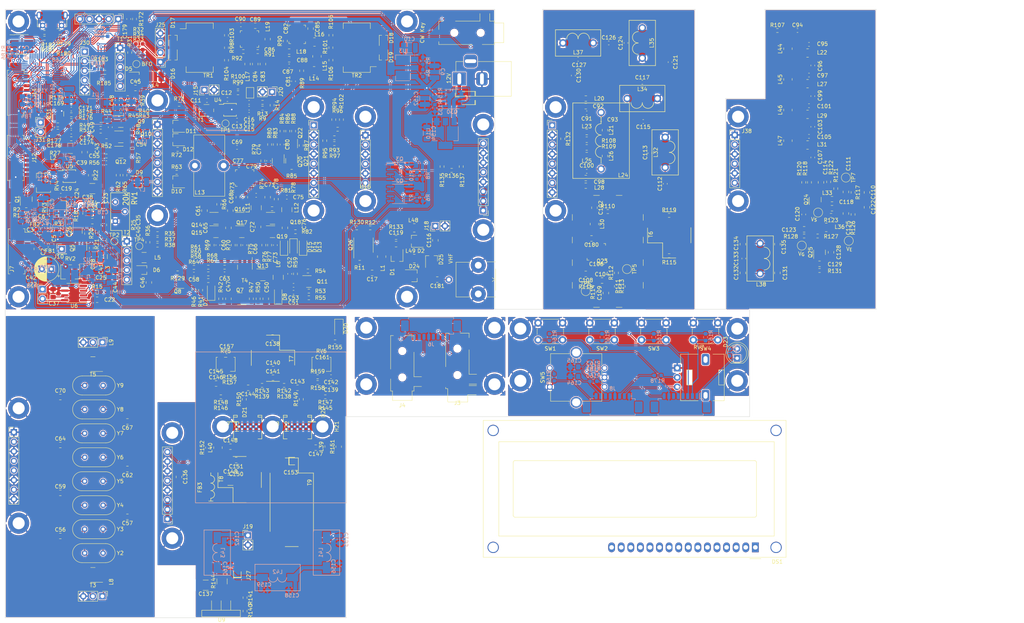
<source format=kicad_pcb>
(kicad_pcb (version 20211014) (generator pcbnew)

  (general
    (thickness 1.6)
  )

  (paper "A4")
  (layers
    (0 "F.Cu" signal)
    (31 "B.Cu" signal)
    (32 "B.Adhes" user "B.Adhesive")
    (33 "F.Adhes" user "F.Adhesive")
    (34 "B.Paste" user)
    (35 "F.Paste" user)
    (36 "B.SilkS" user "B.Silkscreen")
    (37 "F.SilkS" user "F.Silkscreen")
    (38 "B.Mask" user)
    (39 "F.Mask" user)
    (40 "Dwgs.User" user "User.Drawings")
    (41 "Cmts.User" user "User.Comments")
    (42 "Eco1.User" user "User.Eco1")
    (43 "Eco2.User" user "User.Eco2")
    (44 "Edge.Cuts" user)
    (45 "Margin" user)
    (46 "B.CrtYd" user "B.Courtyard")
    (47 "F.CrtYd" user "F.Courtyard")
    (48 "B.Fab" user)
    (49 "F.Fab" user)
    (50 "User.1" user)
    (51 "User.2" user)
    (52 "User.3" user)
    (53 "User.4" user)
    (54 "User.5" user)
    (55 "User.6" user)
    (56 "User.7" user)
    (57 "User.8" user)
    (58 "User.9" user)
  )

  (setup
    (stackup
      (layer "F.SilkS" (type "Top Silk Screen"))
      (layer "F.Paste" (type "Top Solder Paste"))
      (layer "F.Mask" (type "Top Solder Mask") (thickness 0.01))
      (layer "F.Cu" (type "copper") (thickness 0.035))
      (layer "dielectric 1" (type "core") (thickness 1.51) (material "FR4") (epsilon_r 4.5) (loss_tangent 0.02))
      (layer "B.Cu" (type "copper") (thickness 0.035))
      (layer "B.Mask" (type "Bottom Solder Mask") (thickness 0.01))
      (layer "B.Paste" (type "Bottom Solder Paste"))
      (layer "B.SilkS" (type "Bottom Silk Screen"))
      (copper_finish "None")
      (dielectric_constraints no)
    )
    (pad_to_mask_clearance 0)
    (pcbplotparams
      (layerselection 0x0000130_ffffffff)
      (disableapertmacros false)
      (usegerberextensions false)
      (usegerberattributes true)
      (usegerberadvancedattributes true)
      (creategerberjobfile true)
      (svguseinch false)
      (svgprecision 6)
      (excludeedgelayer true)
      (plotframeref false)
      (viasonmask false)
      (mode 1)
      (useauxorigin false)
      (hpglpennumber 1)
      (hpglpenspeed 20)
      (hpglpendiameter 15.000000)
      (dxfpolygonmode true)
      (dxfimperialunits true)
      (dxfusepcbnewfont true)
      (psnegative false)
      (psa4output false)
      (plotreference true)
      (plotvalue true)
      (plotinvisibletext false)
      (sketchpadsonfab false)
      (subtractmaskfromsilk false)
      (outputformat 5)
      (mirror false)
      (drillshape 0)
      (scaleselection 1)
      (outputdirectory "out")
    )
  )

  (net 0 "")
  (net 1 "+12V")
  (net 2 "GND")
  (net 3 "Net-(C2-Pad1)")
  (net 4 "Net-(C3-Pad1)")
  (net 5 "+9VA")
  (net 6 "/MIC")
  (net 7 "Net-(C6-Pad2)")
  (net 8 "+5VA")
  (net 9 "Net-(C10-Pad1)")
  (net 10 "Net-(C11-Pad1)")
  (net 11 "Net-(C11-Pad2)")
  (net 12 "Net-(C14-Pad1)")
  (net 13 "Net-(C14-Pad2)")
  (net 14 "Net-(C15-Pad1)")
  (net 15 "/BFO")
  (net 16 "Net-(C16-Pad1)")
  (net 17 "Net-(C16-Pad2)")
  (net 18 "Net-(C17-Pad1)")
  (net 19 "/Antenna Switch/TX")
  (net 20 "Net-(C18-Pad1)")
  (net 21 "Net-(C18-Pad2)")
  (net 22 "Net-(C19-Pad1)")
  (net 23 "Net-(C19-Pad2)")
  (net 24 "Net-(C20-Pad1)")
  (net 25 "Net-(C20-Pad2)")
  (net 26 "Net-(C22-Pad1)")
  (net 27 "Net-(C23-Pad1)")
  (net 28 "Net-(C23-Pad2)")
  (net 29 "Net-(C25-Pad1)")
  (net 30 "Net-(C25-Pad2)")
  (net 31 "Net-(C26-Pad1)")
  (net 32 "Net-(C27-Pad1)")
  (net 33 "Net-(C27-Pad2)")
  (net 34 "Net-(C28-Pad1)")
  (net 35 "+VRX")
  (net 36 "Net-(C31-Pad1)")
  (net 37 "Net-(C33-Pad1)")
  (net 38 "/Baseband/VAGC")
  (net 39 "Net-(C37-Pad1)")
  (net 40 "Net-(C39-Pad1)")
  (net 41 "Net-(C39-Pad2)")
  (net 42 "Net-(C40-Pad2)")
  (net 43 "Net-(C41-Pad2)")
  (net 44 "Net-(C42-Pad1)")
  (net 45 "/Baseband/SPKR_OUT")
  (net 46 "Net-(C43-Pad2)")
  (net 47 "Net-(C44-Pad2)")
  (net 48 "Net-(C45-Pad1)")
  (net 49 "Net-(C45-Pad2)")
  (net 50 "Net-(C46-Pad1)")
  (net 51 "Net-(C46-Pad2)")
  (net 52 "Net-(C47-Pad1)")
  (net 53 "Net-(C47-Pad2)")
  (net 54 "Net-(C48-Pad1)")
  (net 55 "Net-(C48-Pad2)")
  (net 56 "Net-(C49-Pad1)")
  (net 57 "Net-(C49-Pad2)")
  (net 58 "Net-(C50-Pad1)")
  (net 59 "Net-(C51-Pad2)")
  (net 60 "Net-(C52-Pad1)")
  (net 61 "Net-(C53-Pad1)")
  (net 62 "Net-(C53-Pad2)")
  (net 63 "Net-(C54-Pad2)")
  (net 64 "Net-(C55-Pad1)")
  (net 65 "Net-(C55-Pad2)")
  (net 66 "Net-(C56-Pad2)")
  (net 67 "Net-(C57-Pad2)")
  (net 68 "Net-(C58-Pad1)")
  (net 69 "Net-(C59-Pad2)")
  (net 70 "Net-(C60-Pad2)")
  (net 71 "Net-(C61-Pad1)")
  (net 72 "Net-(C62-Pad2)")
  (net 73 "Net-(C63-Pad2)")
  (net 74 "Net-(C64-Pad2)")
  (net 75 "Net-(C65-Pad1)")
  (net 76 "Net-(C65-Pad2)")
  (net 77 "Net-(C66-Pad2)")
  (net 78 "Net-(C67-Pad2)")
  (net 79 "Net-(C68-Pad1)")
  (net 80 "Net-(C69-Pad1)")
  (net 81 "Net-(C69-Pad2)")
  (net 82 "Net-(C70-Pad2)")
  (net 83 "Net-(C71-Pad2)")
  (net 84 "Net-(C72-Pad1)")
  (net 85 "Net-(C72-Pad2)")
  (net 86 "Net-(C73-Pad2)")
  (net 87 "Net-(C74-Pad2)")
  (net 88 "Net-(C75-Pad2)")
  (net 89 "Net-(C76-Pad1)")
  (net 90 "Net-(C76-Pad2)")
  (net 91 "Net-(C78-Pad1)")
  (net 92 "Net-(C80-Pad1)")
  (net 93 "Net-(C80-Pad2)")
  (net 94 "Net-(C81-Pad1)")
  (net 95 "Net-(C81-Pad2)")
  (net 96 "Net-(C82-Pad1)")
  (net 97 "Net-(C82-Pad2)")
  (net 98 "Net-(C83-Pad2)")
  (net 99 "Net-(C86-Pad1)")
  (net 100 "Net-(C86-Pad2)")
  (net 101 "Net-(C87-Pad2)")
  (net 102 "Net-(C90-Pad2)")
  (net 103 "/70MHz VHF Frontend/VHF_RX")
  (net 104 "/70MHz VHF Frontend/TX_FROM_MIX")
  (net 105 "Net-(C94-Pad2)")
  (net 106 "Net-(C96-Pad2)")
  (net 107 "Net-(C100-Pad2)")
  (net 108 "Net-(C101-Pad2)")
  (net 109 "Net-(C102-Pad2)")
  (net 110 "Net-(C103-Pad1)")
  (net 111 "Net-(C104-Pad2)")
  (net 112 "Net-(C106-Pad1)")
  (net 113 "Net-(C107-Pad2)")
  (net 114 "Net-(C108-Pad1)")
  (net 115 "Net-(C109-Pad2)")
  (net 116 "/70MHz VHF Frontend/+VTX_FE")
  (net 117 "Net-(C111-Pad2)")
  (net 118 "Net-(C112-Pad1)")
  (net 119 "Net-(C112-Pad2)")
  (net 120 "Net-(C114-Pad2)")
  (net 121 "Net-(C115-Pad2)")
  (net 122 "Net-(C118-Pad2)")
  (net 123 "Net-(C120-Pad1)")
  (net 124 "Net-(C120-Pad2)")
  (net 125 "Net-(C121-Pad1)")
  (net 126 "Net-(C125-Pad2)")
  (net 127 "Net-(C126-Pad1)")
  (net 128 "Net-(C128-Pad1)")
  (net 129 "Net-(C128-Pad2)")
  (net 130 "Net-(C129-Pad1)")
  (net 131 "/70MHz VHF Frontend/RX_TO_MIX")
  (net 132 "/70MHz VHF Frontend/VHF_TX")
  (net 133 "Net-(C136-Pad2)")
  (net 134 "VGG1")
  (net 135 "Net-(C140-Pad1)")
  (net 136 "Net-(C140-Pad2)")
  (net 137 "Net-(C143-Pad1)")
  (net 138 "Net-(C143-Pad2)")
  (net 139 "Net-(C144-Pad1)")
  (net 140 "Net-(C144-Pad2)")
  (net 141 "VGG2")
  (net 142 "Net-(C147-Pad1)")
  (net 143 "Net-(C147-Pad2)")
  (net 144 "Net-(C148-Pad1)")
  (net 145 "Net-(C148-Pad2)")
  (net 146 "+3V3")
  (net 147 "/PA 70MHz/VG_5V")
  (net 148 "Net-(C155-Pad2)")
  (net 149 "Net-(C156-Pad2)")
  (net 150 "Net-(C159-Pad2)")
  (net 151 "/Control on separate board/ENC_B")
  (net 152 "/Control on separate board/ENC_A")
  (net 153 "/Control on separate board/3.3V_UI")
  (net 154 "Net-(C169-Pad1)")
  (net 155 "Net-(C171-Pad1)")
  (net 156 "Net-(C172-Pad1)")
  (net 157 "Net-(C173-Pad2)")
  (net 158 "Net-(C164-Pad2)")
  (net 159 "Net-(C176-Pad1)")
  (net 160 "Net-(C165-Pad1)")
  (net 161 "Net-(C116-Pad1)")
  (net 162 "Net-(D5-Pad1)")
  (net 163 "Net-(D5-Pad2)")
  (net 164 "Net-(D6-Pad1)")
  (net 165 "Net-(D6-Pad2)")
  (net 166 "Net-(D7-Pad2)")
  (net 167 "Net-(D8-Pad2)")
  (net 168 "Net-(D9-Pad1)")
  (net 169 "Net-(D10-Pad3)")
  (net 170 "Net-(D10-Pad1)")
  (net 171 "Net-(D11-Pad1)")
  (net 172 "Net-(D11-Pad3)")
  (net 173 "Net-(D13-Pad2)")
  (net 174 "Net-(D14-Pad2)")
  (net 175 "Net-(D15-Pad2)")
  (net 176 "Net-(D16-Pad1)")
  (net 177 "Net-(D16-Pad2)")
  (net 178 "Net-(D16-Pad3)")
  (net 179 "Net-(D17-Pad3)")
  (net 180 "Net-(D18-Pad1)")
  (net 181 "Net-(D18-Pad2)")
  (net 182 "Net-(D18-Pad3)")
  (net 183 "Net-(D19-Pad3)")
  (net 184 "Net-(D20-Pad2)")
  (net 185 "Net-(D21-Pad2)")
  (net 186 "/Control on separate board/STATUSn")
  (net 187 "Net-(D23-Pad2)")
  (net 188 "unconnected-(DS1-Pad1)")
  (net 189 "unconnected-(DS1-Pad2)")
  (net 190 "unconnected-(DS1-Pad3)")
  (net 191 "unconnected-(DS1-Pad4)")
  (net 192 "unconnected-(DS1-Pad5)")
  (net 193 "unconnected-(DS1-Pad6)")
  (net 194 "unconnected-(DS1-Pad7)")
  (net 195 "unconnected-(DS1-Pad8)")
  (net 196 "unconnected-(DS1-Pad9)")
  (net 197 "unconnected-(DS1-Pad10)")
  (net 198 "unconnected-(DS1-Pad11)")
  (net 199 "unconnected-(DS1-Pad12)")
  (net 200 "unconnected-(DS1-Pad13)")
  (net 201 "unconnected-(DS1-Pad14)")
  (net 202 "unconnected-(DS1-Pad15)")
  (net 203 "unconnected-(DS1-Pad16)")
  (net 204 "Net-(FB1-Pad2)")
  (net 205 "unconnected-(J3-PadNC)")
  (net 206 "Net-(J3-PadR1)")
  (net 207 "unconnected-(J3-PadR2)")
  (net 208 "Net-(J3-PadS)")
  (net 209 "Net-(J3-PadT)")
  (net 210 "unconnected-(J3-PadTN)")
  (net 211 "Net-(J4-PadR)")
  (net 212 "Net-(J4-PadTN)")
  (net 213 "/CW_RING")
  (net 214 "/CW_TIP")
  (net 215 "unconnected-(J5-PadTN)")
  (net 216 "unconnected-(J6-Pad5)")
  (net 217 "Net-(J7-Pad1)")
  (net 218 "unconnected-(J7-Pad4)")
  (net 219 "/Baseband/SPKR_DET")
  (net 220 "Net-(R178-Pad1)")
  (net 221 "Net-(R167-Pad1)")
  (net 222 "Net-(R166-Pad1)")
  (net 223 "Net-(R165-Pad1)")
  (net 224 "Net-(R164-Pad1)")
  (net 225 "unconnected-(J9-Pad6)")
  (net 226 "unconnected-(J12-Pad3)")
  (net 227 "/Baseband/GPIO_XTAL")
  (net 228 "/EN_VRX")
  (net 229 "/EN_VTX")
  (net 230 "/MIC_PTTn")
  (net 231 "/Baseband/CW_KEYn")
  (net 232 "/Baseband/CW_TONE")
  (net 233 "Net-(Q30-Pad5)")
  (net 234 "/Baseband/SPKR_VOL")
  (net 235 "/MUTE_MICn")
  (net 236 "/SDA")
  (net 237 "/SCL")
  (net 238 "/S_METER")
  (net 239 "/Baseband/VHF_IN")
  (net 240 "/Baseband/VHF_OUT")
  (net 241 "/CLK1")
  (net 242 "Net-(J22-Pad2)")
  (net 243 "+VTX")
  (net 244 "Net-(J24-Pad2)")
  (net 245 "unconnected-(J24-Pad4)")
  (net 246 "unconnected-(J24-Pad5)")
  (net 247 "Net-(J24-Pad7)")
  (net 248 "/Control on separate board/DISP_LAT")
  (net 249 "/Control on separate board/I2C2_SDA")
  (net 250 "/Control on separate board/I2C2_SCL")
  (net 251 "/Control on separate board/PC14")
  (net 252 "/Control on separate board/PC13")
  (net 253 "Net-(C93-Pad1)")
  (net 254 "/Control on separate board/PA0")
  (net 255 "/Control on separate board/USART1_TX")
  (net 256 "/Control on separate board/USART1_RX")
  (net 257 "/Control on separate board/PB15")
  (net 258 "unconnected-(J34-Pad1)")
  (net 259 "/Control on separate board/USB_DM")
  (net 260 "/Control on separate board/USB_DP")
  (net 261 "Net-(J34-Pad4)")
  (net 262 "/Control on separate board/SWCLK")
  (net 263 "/Control on separate board/SWDIO")
  (net 264 "/Control on separate board/RESETn")
  (net 265 "/LO1")
  (net 266 "Net-(L14-Pad1)")
  (net 267 "Net-(L15-Pad1)")
  (net 268 "Net-(L19-Pad1)")
  (net 269 "Net-(L21-Pad2)")
  (net 270 "Net-(L23-Pad2)")
  (net 271 "Net-(L25-Pad2)")
  (net 272 "Net-(L39-Pad2)")
  (net 273 "Net-(L40-Pad2)")
  (net 274 "Net-(Q1-Pad1)")
  (net 275 "Net-(Q2-Pad4)")
  (net 276 "Net-(Q3-Pad4)")
  (net 277 "Net-(Q6-Pad1)")
  (net 278 "Net-(Q7-Pad1)")
  (net 279 "Net-(Q10-Pad1)")
  (net 280 "Net-(Q10-Pad2)")
  (net 281 "Net-(Q11-Pad1)")
  (net 282 "Net-(Q11-Pad3)")
  (net 283 "Net-(Q13-Pad1)")
  (net 284 "Net-(Q14-Pad2)")
  (net 285 "Net-(Q14-Pad3)")
  (net 286 "Net-(Q16-Pad2)")
  (net 287 "Net-(Q18-Pad2)")
  (net 288 "Net-(Q20-Pad1)")
  (net 289 "Net-(Q21-Pad1)")
  (net 290 "Net-(Q23-Pad1)")
  (net 291 "Net-(Q24-Pad4)")
  (net 292 "/70MHz VHF Frontend/+VRX_FE")
  (net 293 "Net-(Q30-Pad4)")
  (net 294 "Net-(R22-Pad2)")
  (net 295 "Net-(R23-Pad2)")
  (net 296 "Net-(R28-Pad2)")
  (net 297 "Net-(R31-Pad1)")
  (net 298 "Net-(R31-Pad2)")
  (net 299 "Net-(R35-Pad1)")
  (net 300 "Net-(R36-Pad1)")
  (net 301 "Net-(R93-Pad1)")
  (net 302 "Net-(R103-Pad2)")
  (net 303 "Net-(R104-Pad2)")
  (net 304 "Net-(R100-Pad1)")
  (net 305 "Net-(R101-Pad1)")
  (net 306 "Net-(R111-Pad2)")
  (net 307 "Net-(R140-Pad1)")
  (net 308 "Net-(J27-Pad1)")
  (net 309 "Net-(R157-Pad1)")
  (net 310 "Net-(R159-Pad1)")
  (net 311 "Net-(R160-Pad1)")
  (net 312 "Net-(R161-Pad2)")
  (net 313 "/Control on separate board/BTN0")
  (net 314 "/Control on separate board/BTN1")
  (net 315 "/Control on separate board/BTN2")
  (net 316 "/Control on separate board/BTN3")
  (net 317 "Net-(R168-Pad1)")
  (net 318 "/Control on separate board/ENC_BTN")
  (net 319 "/Control on separate board/XTAL1")
  (net 320 "/Control on separate board/XTAL2")
  (net 321 "/Control on separate board/PWM_CW")
  (net 322 "/Control on separate board/MUTE_SPKR")
  (net 323 "Net-(R178-Pad2)")
  (net 324 "Net-(R179-Pad2)")
  (net 325 "Net-(R180-Pad2)")
  (net 326 "/Control on separate board/BOOT0")
  (net 327 "/Control on separate board/BOOT1")
  (net 328 "unconnected-(T3-Pad2)")
  (net 329 "unconnected-(T5-Pad2)")
  (net 330 "unconnected-(TR1-Pad10)")
  (net 331 "unconnected-(TR1-Pad15)")
  (net 332 "unconnected-(TR2-Pad10)")
  (net 333 "unconnected-(TR2-Pad15)")
  (net 334 "Net-(U4-Pad3)")
  (net 335 "Net-(D23-Pad1)")
  (net 336 "unconnected-(U11-Pad40)")
  (net 337 "Net-(D22-Pad2)")
  (net 338 "unconnected-(T4-Pad2)")
  (net 339 "/Antenna Switch/RX")
  (net 340 "Net-(C38-Pad1)")
  (net 341 "Net-(L22-Pad2)")
  (net 342 "Net-(L27-Pad2)")
  (net 343 "Net-(L29-Pad2)")
  (net 344 "Net-(L31-Pad2)")
  (net 345 "unconnected-(J13-Pad1)")
  (net 346 "unconnected-(J14-Pad1)")
  (net 347 "unconnected-(U11-Pad1)")
  (net 348 "Net-(C119-Pad1)")
  (net 349 "/Antenna Switch/ANT")
  (net 350 "/Antenna Switch/V_{PIN}")
  (net 351 "Net-(Q26-Pad5)")
  (net 352 "Net-(Q26-Pad7)")
  (net 353 "/TX_to_PA")
  (net 354 "/Baseband/AGC_to_METER")
  (net 355 "Net-(C136-Pad1)")
  (net 356 "/PA 70MHz/V_{DD}")
  (net 357 "Net-(C154-Pad1)")
  (net 358 "Net-(C137-Pad1)")
  (net 359 "Net-(C181-Pad2)")
  (net 360 "Net-(FB3-Pad1)")
  (net 361 "Net-(J16-Pad5)")
  (net 362 "Net-(C162-Pad2)")
  (net 363 "Net-(J8-Pad2)")
  (net 364 "Net-(J8-Pad5)")

  (footprint "Capacitor_SMD:C_0603_1608Metric_Pad1.08x0.95mm_HandSolder" (layer "F.Cu") (at 30.48 52.832 180))

  (footprint "Resistor_SMD:R_0603_1608Metric_Pad0.98x0.95mm_HandSolder" (layer "F.Cu") (at 224.663 66.167 -90))

  (footprint "Crystal:Crystal_HC49-U_Vertical" (layer "F.Cu") (at 34.019 145.41))

  (footprint "Resistor_SMD:R_0603_1608Metric_Pad0.98x0.95mm_HandSolder" (layer "F.Cu") (at 72.42 119.228))

  (footprint "Resistor_SMD:R_0603_1608Metric_Pad0.98x0.95mm_HandSolder" (layer "F.Cu") (at 89.916 79.248))

  (footprint "Package_SO:MSOP-10_3x3mm_P0.5mm" (layer "F.Cu") (at 29.972 64.516))

  (footprint "mpb:four_4mm_pads_narrow" (layer "F.Cu") (at 83.85 112.624 -90))

  (footprint "Potentiometer_SMD:Potentiometer_Bourns_3214W_Vertical" (layer "F.Cu") (at 23.114 66.294 -90))

  (footprint "Potentiometer_SMD:Potentiometer_Bourns_3214W_Vertical" (layer "F.Cu") (at 26.67 72.898 180))

  (footprint "Resistor_SMD:R_0603_1608Metric_Pad0.98x0.95mm_HandSolder" (layer "F.Cu") (at 237.744 74.676 90))

  (footprint "Capacitor_SMD:C_0603_1608Metric_Pad1.08x0.95mm_HandSolder" (layer "F.Cu") (at 183.896 58.42 -90))

  (footprint "Resistor_SMD:R_0603_1608Metric_Pad0.98x0.95mm_HandSolder" (layer "F.Cu") (at 59.0785 45.466))

  (footprint "Capacitor_SMD:C_0603_1608Metric_Pad1.08x0.95mm_HandSolder" (layer "F.Cu") (at 42.672 44.45 90))

  (footprint "Resistor_SMD:R_0603_1608Metric_Pad0.98x0.95mm_HandSolder" (layer "F.Cu") (at 228.346 80.391 180))

  (footprint "Capacitor_SMD:C_0805_2012Metric_Pad1.18x1.45mm_HandSolder" (layer "F.Cu") (at 83.977 115.672))

  (footprint "Capacitor_SMD:C_0805_2012Metric_Pad1.18x1.45mm_HandSolder" (layer "F.Cu") (at 83.9555 117.958))

  (footprint "Diode_SMD:D_SOD-123F" (layer "F.Cu") (at 86.868 83.312 90))

  (footprint "Resistor_SMD:R_0603_1608Metric_Pad0.98x0.95mm_HandSolder" (layer "F.Cu") (at 48.514 32.507 180))

  (footprint "mpb:PLD-1.5W" (layer "F.Cu") (at 77.246 130.912))

  (footprint "Capacitor_SMD:C_0805_2012Metric_Pad1.18x1.45mm_HandSolder" (layer "F.Cu") (at 59.017 144.262 -90))

  (footprint "Capacitor_SMD:C_0805_2012Metric_Pad1.18x1.45mm_HandSolder" (layer "F.Cu") (at 208.534 82.55 -90))

  (footprint "Resistor_SMD:R_0805_2012Metric" (layer "F.Cu") (at 66.832 136.5 90))

  (footprint "Connector_BarrelJack:BarrelJack_Horizontal" (layer "F.Cu") (at 133.35 38.735 180))

  (footprint "Inductor_SMD:L_1008_2520Metric_Pad1.43x2.20mm_HandSolder" (layer "F.Cu") (at 220.472 30.734 90))

  (footprint "Package_TO_SOT_SMD:SOT-23" (layer "F.Cu") (at 58.674 92.71 180))

  (footprint "MountingHole:MountingHole_3.2mm_M3_DIN965_Pad" (layer "F.Cu") (at 149.536 104.956))

  (footprint "Resistor_SMD:R_0603_1608Metric_Pad0.98x0.95mm_HandSolder" (layer "F.Cu") (at 46.6575 52.07 90))

  (footprint "Capacitor_SMD:C_0805_2012Metric_Pad1.18x1.45mm_HandSolder" (layer "F.Cu") (at 168.402 81.026 180))

  (footprint "Inductor_SMD:L_1008_2520Metric_Pad1.43x2.20mm_HandSolder" (layer "F.Cu") (at 94.957 28.956))

  (footprint "Connector_PinHeader_1.27mm:PinHeader_2x04_P1.27mm_Vertical_SMD" (layer "F.Cu") (at 17.272 29.591))

  (footprint "Package_TO_SOT_SMD:SOT-23_Handsoldering" (layer "F.Cu") (at 58.166 54.864 180))

  (footprint "Capacitor_SMD:C_0603_1608Metric_Pad1.08x0.95mm_HandSolder" (layer "F.Cu") (at 40.8155 51.562 90))

  (footprint "mpb:two_4mm_pads" (layer "F.Cu") (at 135.89 43.815 -90))

  (footprint "Inductor_SMD:L_1008_2520Metric_Pad1.43x2.20mm_HandSolder" (layer "F.Cu") (at 220.472 55.118 90))

  (footprint "Capacitor_SMD:C_0805_2012Metric_Pad1.18x1.45mm_HandSolder" (layer "F.Cu") (at 82.042 97.028 -90))

  (footprint "Capacitor_SMD:C_0603_1608Metric_Pad1.08x0.95mm_HandSolder" (layer "F.Cu") (at 89.408 39.37 90))

  (footprint "Resistor_SMD:R_0603_1608Metric_Pad0.98x0.95mm_HandSolder" (layer "F.Cu") (at 39.7995 48.768))

  (footprint "Inductor_SMD:L_0805_2012Metric_Pad1.15x1.40mm_HandSolder" (layer "F.Cu") (at 167.132 52.832 180))

  (footprint "TestPoint:TestPoint_Pad_D2.0mm" (layer "F.Cu") (at 236.601 81.661 -90))

  (footprint "Resistor_SMD:R_0603_1608Metric_Pad0.98x0.95mm_HandSolder" (layer "F.Cu") (at 70.134 124.562 180))

  (footprint "Package_TO_SOT_SMD:SOT-323_SC-70_Handsoldering" (layer "F.Cu") (at 57.404 27.9185 90))

  (footprint "Resistor_SMD:R_0603_1608Metric_Pad0.98x0.95mm_HandSolder" (layer "F.Cu") (at 76.543 179.822 -90))

  (footprint "Resistor_SMD:R_0603_1608Metric_Pad0.98x0.95mm_HandSolder" (layer "F.Cu") (at 74.676 70.104 -90))

  (footprint "Capacitor_SMD:C_0603_1608Metric_Pad1.08x0.95mm_HandSolder" (layer "F.Cu") (at 76.454 82.804 90))

  (footprint "Potentiometer_SMD:Potentiometer_Bourns_3214W_Vertical" (layer "F.Cu") (at 96.804 114.402))

  (footprint "Capacitor_SMD:C_0805_2012Metric_Pad1.18x1.45mm_HandSolder" (layer "F.Cu") (at 241.427 68.834 90))

  (footprint "MountingHole:MountingHole_3.2mm_M3_DIN965_Pad" (layer "F.Cu") (at 94.742 73.645))

  (footprint "MountingHole:MountingHole_3.2mm_M3_DIN965_Pad" (layer "F.Cu") (at 207.264 48.768))

  (footprint "Capacitor_SMD:C_0805_2012Metric_Pad1.18x1.45mm_HandSolder" (layer "F.Cu") (at 45.359 129.535 180))

  (footprint "Capacitor_SMD:C_0805_2012Metric_Pad1.18x1.45mm_HandSolder" (layer "F.Cu") (at 79.248 34.798 -90))

  (footprint "Crystal:Crystal_HC49-U_Vertical" (layer "F.Cu") (at 38.919 120.01 180))

  (footprint "Jumper:SolderJumper-2_P1.3mm_Open_TrianglePad1.0x1.5mm" (layer "F.Cu") (at 77.8775 42.418 90))

  (footprint "Capacitor_SMD:C_0805_2012Metric_Pad1.18x1.45mm_HandSolder" (layer "F.Cu") (at 232.156 73.025 180))

  (footprint "Resistor_SMD:R_0603_1608Metric_Pad0.98x0.95mm_HandSolder" (layer "F.Cu") (at 89.408 52.578 -90))

  (footprint "MountingHole:MountingHole_3.2mm_M3_DIN965_Pad" (layer "F.Cu") (at 108.682 119.6985 90))

  (footprint "Resistor_SMD:R_0603_1608Metric_Pad0.98x0.95mm_HandSolder" (layer "F.Cu") (at 228.854 89.535 180))

  (footprint "Resistor_SMD:R_0603_1608Metric_Pad0.98x0.95mm_HandSolder" (layer "F.Cu")
    (tedit 5F68FEEE) (tstamp 1b11724c-e795-46be-8f08-84285fbaeeae)
    (at 231.902 74.93)
    (descr "Resistor SMD 0603 (1608 Metric), square (rectangular) end terminal, IPC_7351 nominal with elongated pad for handsoldering. (Body size source: IPC-SM-782 page 72, https://www.pcb-3d.com/wordpress/wp-content/uploads/ipc-sm-782a_amendment_1_and_2.pdf), generated with kicad-footprint-generator")
    (tags "resistor handsolder")
    (property "Need_order" "0")
    (property "Sheetfile" "frontend_70.kicad_sch")
    (property "Sheetname" "70MHz VHF Frontend")
    (path "/8cbb5345-c7a6-41b7-8a2a-794c3d5f0f34/9ae17a59-a825-4a90-8ac6-d6578aacb864")
    (attr smd)
    (fp_text reference "R123" (at 0 1.27) (layer "F.SilkS")
      (effects (font (size 1 1) (thickness 0.15)))
      (tstamp 04f56505-7f3c-42cb-aadf-30440abbcd29)
    )
    (fp_text value "39" (at 0 1.43) (layer "F.Fab")
      (effects (font (size 1 1) (thickness 0.15)))
      (tstamp 61afdb91-dcc1-459a-b9d5-7963143ba29f)
    )
    (fp_text user "${REFERENCE}" (at 0 0) (layer "F.Fab")
      (effects (font (size 0.4 0.4) (thickness 0.06)))
      (tstamp d449c136-fda7-4179-b73a-17a813f7ad07)
    )
    (fp_line (start -0.254724 -0.5225) (end 0.254724 -0.5225) (layer "F.SilkS") (width 0.12) (tstamp 1772f929-d705-481c-99d4-f19b04f92dcb))
    (fp_line (start -0.254724 0.5225) (end 0.254724 0.5225) (layer "F.SilkS") (width 0.12) (tstamp 608ace46-c406-4a33-adb6-9170f287db62))
    (fp_line (start 1.65 0.73) (end -1.65 0.73) (layer "F.CrtYd") (width 0.05) (tstamp 405094a6-76d2-4323-93bf-6ac930594402))
    (fp_line (start -1.65 0.73) (end -1.65 -0.73) (layer "F.CrtYd") (width 0.05) (tstamp 8d7fc676-9775-4408-af2d-d7038b4f3b83))
    (fp_line (start -1.65 -0.73) (end 1.65 -0.73) (layer "F.CrtYd") (width 0.05) (tstamp cad0cf68-1e1f-40a3-9c20-cd3b44df7037))
    (fp_line (start 1.65 -0.73) (end 1.65 0.73) (layer "
... [6440768 chars truncated]
</source>
